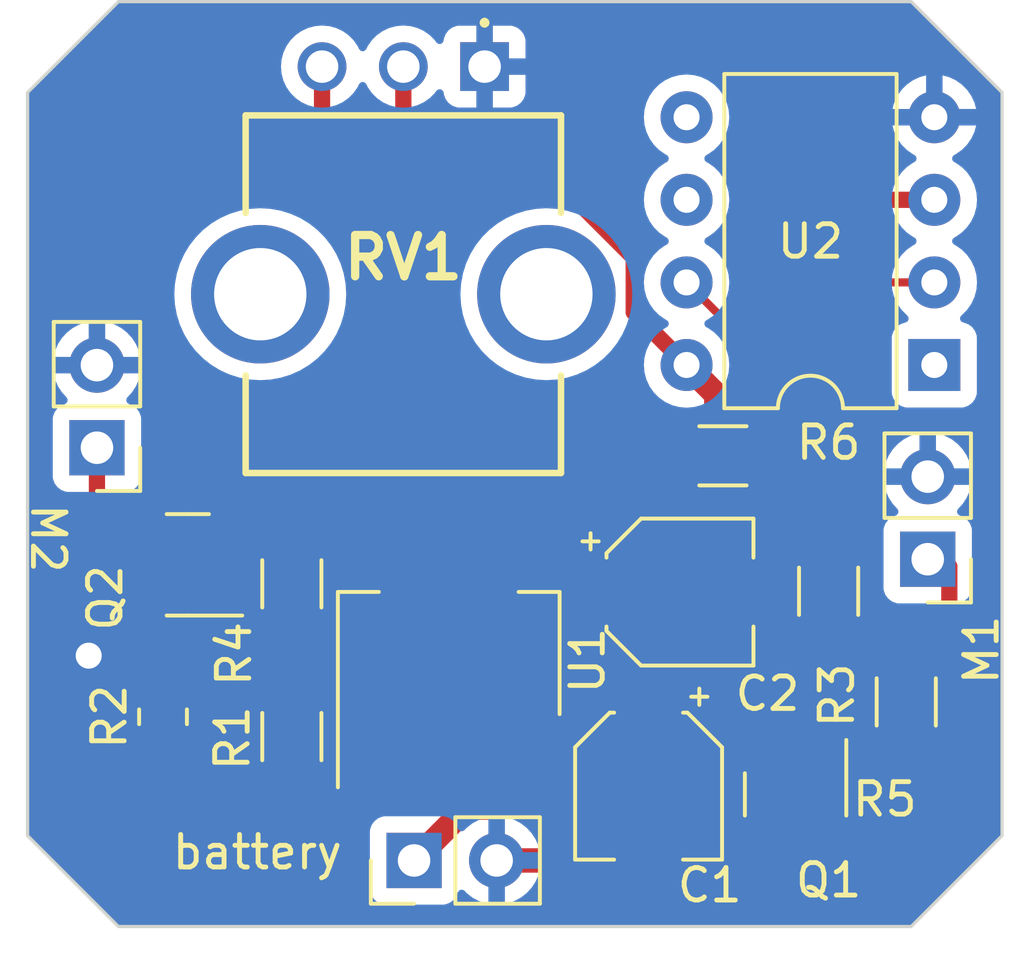
<source format=kicad_pcb>
(kicad_pcb (version 20240108) (generator "pcbnew") (generator_version "8.0")
  (layers (0 "F.Cu" signal) (31 "B.Cu" signal) (34 "B.Paste" user) (35 "F.Paste" user) (36 "B.SilkS" user "B.Silkscreen") (37 "F.SilkS" user "F.Silkscreen") (38 "B.Mask" user) (39 "F.Mask" user) (44 "Edge.Cuts" user))
  (net 0 "")
  (net 1 "Net-(U1-VO)")
  (net 2 "Net-(M1-+)")
  (net 3 "Net-(M2-+)")
  (net 4 "Net-(Q1-B)")
  (net 5 "Net-(Q1-E)")
  (net 6 "Net-(Q2-C)")
  (net 7 "Net-(Q2-B)")
  (net 8 "Vbatt")
  (net 9 "Net-(U1-ADJ)")
  (net 10 "Net-(U2-PB2)")
  (net 11 "GND")
  (net 12 "Net-(U2-XTAL1{slash}PB3)")
  (net 13 "Net-(U2-XTAL2{slash}PB4)")
  (footprint "Package_DIP:DIP-8_W7.62mm" (layer "F.Cu") (at 141.1732 90.932 180)
    (property "Reference" "U2" (at 3.81 3.8 180) (layer "F.SilkS"))
    (property "Value" "ATtiny85-20P")
    (fp_line (start 6.46 8.95) (end 6.46 -1.33) (stroke (width 0.12)) (layer "F.SilkS"))
    (fp_line (start 6.46 -1.33) (end 4.81 -1.33) (stroke (width 0.12)) (layer "F.SilkS"))
    (fp_line (start 2.81 -1.33) (end 1.16 -1.33) (stroke (width 0.12)) (layer "F.SilkS"))
    (fp_line (start 1.16 8.95) (end 6.46 8.95) (stroke (width 0.12)) (layer "F.SilkS"))
    (fp_line (start 1.16 -1.33) (end 1.16 8.95) (stroke (width 0.12)) (layer "F.SilkS"))
    (fp_arc (start 4.81 -1.33) (mid 3.81 -0.33) (end 2.81 -1.33) (stroke (width 0.12)) (layer "F.SilkS"))
    (pad "1" thru_hole rect (at 0 0 180) (size 1.6 1.6) (drill 0.8) (layers "*.Cu" "*.Mask"))
    (pad "2" thru_hole oval (at 0 2.54 180) (size 1.6 1.6) (drill 0.8) (layers "*.Cu" "*.Mask") (net 12 "Net-(U2-XTAL1{slash}PB3)"))
    (pad "3" thru_hole oval (at 0 5.08 180) (size 1.6 1.6) (drill 0.8) (layers "*.Cu" "*.Mask") (net 13 "Net-(U2-XTAL2{slash}PB4)"))
    (pad "4" thru_hole oval (at 0 7.62 180) (size 1.6 1.6) (drill 0.8) (layers "*.Cu" "*.Mask") (net 11 "GND"))
    (pad "5" thru_hole oval (at 7.62 7.62 180) (size 1.6 1.6) (drill 0.8) (layers "*.Cu" "*.Mask"))
    (pad "6" thru_hole oval (at 7.62 5.08 180) (size 1.6 1.6) (drill 0.8) (layers "*.Cu" "*.Mask"))
    (pad "7" thru_hole oval (at 7.62 2.54 180) (size 1.6 1.6) (drill 0.8) (layers "*.Cu" "*.Mask") (net 10 "Net-(U2-PB2)"))
    (pad "8" thru_hole oval (at 7.62 0 180) (size 1.6 1.6) (drill 0.8) (layers "*.Cu" "*.Mask") (net 1 "Net-(U1-VO)"))
  )
  (footprint "Resistor_SMD:R_1206_3216Metric" (layer "F.Cu") (at 134.6708 93.726 180)
    (property "Reference" "R6" (at -3.2512 0.4064 0) (layer "F.SilkS"))
    (property "Value" "rb")
    (fp_line (start -0.727064 0.91) (end 0.727064 0.91) (stroke (width 0.12)) (layer "F.SilkS"))
    (fp_line (start -0.727064 -0.91) (end 0.727064 -0.91) (stroke (width 0.12)) (layer "F.SilkS"))
    (pad "1" smd roundrect (at -1.4625 0 180) (size 1.125 1.75) (layers "F.Cu" "F.Paste" "F.Mask") (roundrect_rratio 0.2222222222) (net 12 "Net-(U2-XTAL1{slash}PB3)"))
    (pad "2" smd roundrect (at 1.4625 0 180) (size 1.125 1.75) (layers "F.Cu" "F.Paste" "F.Mask") (roundrect_rratio 0.2222222222) (net 7 "Net-(Q2-B)"))
  )
  (footprint "Package_TO_SOT_SMD:SOT-23" (layer "F.Cu") (at 136.906 104.14 -90)
    (property "Reference" "Q1" (at 2.6416 -1.016 180) (layer "F.SilkS"))
    (property "Value" "TIP41A")
    (fp_line (start 0 1.56) (end -0.65 1.56) (stroke (width 0.12)) (layer "F.SilkS"))
    (fp_line (start 0 1.56) (end 0.65 1.56) (stroke (width 0.12)) (layer "F.SilkS"))
    (fp_line (start 0 -1.56) (end -1.675 -1.56) (stroke (width 0.12)) (layer "F.SilkS"))
    (fp_line (start 0 -1.56) (end 0.65 -1.56) (stroke (width 0.12)) (layer "F.SilkS"))
    (pad "1" smd roundrect (at -0.9375 -0.95 270) (size 1.475 0.6) (layers "F.Cu" "F.Paste" "F.Mask") (net 4 "Net-(Q1-B)"))
    (pad "2" smd roundrect (at -0.9375 0.95 270) (size 1.475 0.6) (layers "F.Cu" "F.Paste" "F.Mask") (net 2 "Net-(M1-+)"))
    (pad "3" smd roundrect (at 0.9375 0 270) (size 1.475 0.6) (layers "F.Cu" "F.Paste" "F.Mask") (net 5 "Net-(Q1-E)"))
  )
  (footprint "Resistor_SMD:R_1206_3216Metric" (layer "F.Cu") (at 137.922 97.8916 -90)
    (property "Reference" "R3" (at 3.2004 -0.254 90) (layer "F.SilkS"))
    (property "Value" "rm")
    (fp_line (start -0.727064 0.91) (end 0.727064 0.91) (stroke (width 0.12)) (layer "F.SilkS"))
    (fp_line (start -0.727064 -0.91) (end 0.727064 -0.91) (stroke (width 0.12)) (layer "F.SilkS"))
    (pad "1" smd roundrect (at -1.4625 0 270) (size 1.125 1.75) (layers "F.Cu" "F.Paste" "F.Mask") (roundrect_rratio 0.2222222222) (net 1 "Net-(U1-VO)"))
    (pad "2" smd roundrect (at 1.4625 0 270) (size 1.125 1.75) (layers "F.Cu" "F.Paste" "F.Mask") (roundrect_rratio 0.2222222222) (net 5 "Net-(Q1-E)"))
  )
  (footprint "Resistor_SMD:R_1206_3216Metric" (layer "F.Cu") (at 121.412 97.663 90)
    (property "Reference" "R4" (at -2.159 -1.778 -90) (layer "F.SilkS"))
    (property "Value" "rm")
    (fp_line (start -0.727064 -0.91) (end 0.727064 -0.91) (stroke (width 0.12)) (layer "F.SilkS"))
    (fp_line (start -0.727064 0.91) (end 0.727064 0.91) (stroke (width 0.12)) (layer "F.SilkS"))
    (pad "1" smd roundrect (at -1.4625 0 90) (size 1.125 1.75) (layers "F.Cu" "F.Paste" "F.Mask") (roundrect_rratio 0.2222222222) (net 1 "Net-(U1-VO)"))
    (pad "2" smd roundrect (at 1.4625 0 90) (size 1.125 1.75) (layers "F.Cu" "F.Paste" "F.Mask") (roundrect_rratio 0.2222222222) (net 6 "Net-(Q2-C)"))
  )
  (footprint "Capacitor_SMD:CP_Elec_4x5.4" (layer "F.Cu") (at 133.35 97.917)
    (property "Reference" "C2" (at 2.6924 3.1242 0) (layer "F.SilkS"))
    (property "Value" "1 uF")
    (fp_line (start -3 -1.56) (end -2.5 -1.56) (stroke (width 0.12)) (layer "F.SilkS"))
    (fp_line (start -2.75 -1.81) (end -2.75 -1.31) (stroke (width 0.12)) (layer "F.SilkS"))
    (fp_line (start -2.26 -1.195563) (end -2.26 -1.06) (stroke (width 0.12)) (layer "F.SilkS"))
    (fp_line (start -2.26 -1.195563) (end -1.195563 -2.26) (stroke (width 0.12)) (layer "F.SilkS"))
    (fp_line (start -2.26 1.195563) (end -2.26 1.06) (stroke (width 0.12)) (layer "F.SilkS"))
    (fp_line (start -2.26 1.195563) (end -1.195563 2.26) (stroke (width 0.12)) (layer "F.SilkS"))
    (fp_line (start -1.195563 -2.26) (end 2.26 -2.26) (stroke (width 0.12)) (layer "F.SilkS"))
    (fp_line (start -1.195563 2.26) (end 2.26 2.26) (stroke (width 0.12)) (layer "F.SilkS"))
    (fp_line (start 2.26 -2.26) (end 2.26 -1.06) (stroke (width 0.12)) (layer "F.SilkS"))
    (fp_line (start 2.26 2.26) (end 2.26 1.06) (stroke (width 0.12)) (layer "F.SilkS"))
    (pad "1" smd roundrect (at -1.8 0) (size 2.6 1.6) (layers "F.Cu" "F.Paste" "F.Mask") (roundrect_rratio 0.15625) (net 1 "Net-(U1-VO)"))
    (pad "2" smd roundrect (at 1.8 0) (size 2.6 1.6) (layers "F.Cu" "F.Paste" "F.Mask") (roundrect_rratio 0.15625) (net 11 "GND"))
  )
  (footprint "Resistor_SMD:R_1206_3216Metric" (layer "F.Cu") (at 140.3096 101.2952 -90)
    (property "Reference" "R5" (at 2.9972 0.6604 180) (layer "F.SilkS"))
    (property "Value" "rb")
    (fp_line (start -0.727064 0.91) (end 0.727064 0.91) (stroke (width 0.12)) (layer "F.SilkS"))
    (fp_line (start -0.727064 -0.91) (end 0.727064 -0.91) (stroke (width 0.12)) (layer "F.SilkS"))
    (pad "1" smd roundrect (at -1.4625 0 270) (size 1.125 1.75) (layers "F.Cu" "F.Paste" "F.Mask") (roundrect_rratio 0.2222222222) (net 10 "Net-(U2-PB2)"))
    (pad "2" smd roundrect (at 1.4625 0 270) (size 1.125 1.75) (layers "F.Cu" "F.Paste" "F.Mask") (roundrect_rratio 0.2222222222) (net 4 "Net-(Q1-B)"))
  )
  (footprint "Resistor_SMD:R_0805_2012Metric" (layer "F.Cu") (at 117.4496 101.7524 90)
    (property "Reference" "R2" (at 0 -1.65 90) (layer "F.SilkS"))
    (property "Value" "1kΩ")
    (fp_line (start -0.227064 -0.735) (end 0.227064 -0.735) (stroke (width 0.12)) (layer "F.SilkS"))
    (fp_line (start -0.227064 0.735) (end 0.227064 0.735) (stroke (width 0.12)) (layer "F.SilkS"))
    (pad "1" smd roundrect (at -0.9125 0 90) (size 1.025 1.4) (layers "F.Cu" "F.Paste" "F.Mask") (roundrect_rratio 0.243902) (net 9 "Net-(U1-ADJ)"))
    (pad "2" smd roundrect (at 0.9125 0 90) (size 1.025 1.4) (layers "F.Cu" "F.Paste" "F.Mask") (roundrect_rratio 0.243902) (net 11 "GND"))
  )
  (footprint "Resistor_SMD:R_1206_3216Metric" (layer "F.Cu") (at 121.412 102.362 90)
    (property "Reference" "R1" (at -0.0508 -1.8288 90) (layer "F.SilkS"))
    (property "Value" "240Ω")
    (fp_line (start -0.727064 -0.91) (end 0.727064 -0.91) (stroke (width 0.12)) (layer "F.SilkS"))
    (fp_line (start -0.727064 0.91) (end 0.727064 0.91) (stroke (width 0.12)) (layer "F.SilkS"))
    (pad "1" smd roundrect (at -1.4625 0 90) (size 1.125 1.75) (layers "F.Cu" "F.Paste" "F.Mask") (roundrect_rratio 0.2222222222) (net 9 "Net-(U1-ADJ)"))
    (pad "2" smd roundrect (at 1.4625 0 90) (size 1.125 1.75) (layers "F.Cu" "F.Paste" "F.Mask") (roundrect_rratio 0.2222222222) (net 1 "Net-(U1-VO)"))
  )
  (footprint "SamacSys_Parts:PTV09A4030SA503" (layer "F.Cu") (at 127.341 81.755 180)
    (property "Reference" "RV1" (at 2.5 -5.875 0) (layer "F.SilkS") (effects (font (size 1.27 1.27) (thickness 0.254))))
    (property "Value" "R_Potentiometer" (hide yes))
    (fp_line (start 7.35 -1.5) (end 7.35 -4.5) (stroke (width 0.2)) (layer "F.SilkS"))
    (fp_line (start 7.35 -12.5) (end 7.35 -9.5) (stroke (width 0.2)) (layer "F.SilkS"))
    (fp_line (start 0 1.4) (end 0 1.4) (stroke (width 0.2)) (layer "F.SilkS"))
    (fp_line (start 0 1.4) (end 0 1.4) (stroke (width 0.2)) (layer "F.SilkS"))
    (fp_line (start 0 1.3) (end 0 1.3) (stroke (width 0.2)) (layer "F.SilkS"))
    (fp_line (start -2.35 -1.5) (end 7.35 -1.5) (stroke (width 0.2)) (layer "F.SilkS"))
    (fp_line (start -2.35 -4.5) (end -2.35 -1.5) (stroke (width 0.2)) (layer "F.SilkS"))
    (fp_line (start -2.35 -9.5) (end -2.35 -12.5) (stroke (width 0.2)) (layer "F.SilkS"))
    (fp_line (start -2.35 -12.5) (end 7.35 -12.5) (stroke (width 0.2)) (layer "F.SilkS"))
    (fp_arc (start 0 1.4) (mid -0.05 1.35) (end 0 1.3) (stroke (width 0.2)) (layer "F.SilkS"))
    (fp_arc (start 0 1.3) (mid 0.05 1.35) (end 0 1.4) (stroke (width 0.2)) (layer "F.SilkS"))
    (fp_arc (start 0 1.3) (mid 0.05 1.35) (end 0 1.4) (stroke (width 0.2)) (layer "F.SilkS"))
    (pad "1" thru_hole rect (at 0 0 180) (size 1.5 1.5) (drill 1) (layers "*.Cu" "*.Mask") (net 11 "GND"))
    (pad "2" thru_hole circle (at 2.5 0 180) (size 1.5 1.5) (drill 1) (layers "*.Cu" "*.Mask") (net 13 "Net-(U2-XTAL2{slash}PB4)"))
    (pad "3" thru_hole circle (at 5 0 180) (size 1.5 1.5) (drill 1) (layers "*.Cu" "*.Mask") (net 1 "Net-(U1-VO)"))
    (pad "MH1" thru_hole circle (at -1.9 -7 180) (size 4.26 4.26) (drill 2.84) (layers "*.Cu" "*.Mask"))
    (pad "MH2" thru_hole circle (at 6.9 -7 180) (size 4.26 4.26) (drill 2.84) (layers "*.Cu" "*.Mask"))
  )
  (footprint "Connector_PinHeader_2.54mm:PinHeader_1x02_P2.54mm_Vertical" (layer "F.Cu") (at 115.4176 93.477 180)
    (property "Reference" "M2" (at 1.4986 -2.789 -90) (layer "F.SilkS"))
    (property "Value" "vib_mot")
    (fp_line (start 1.33 1.27) (end 1.33 3.87) (stroke (width 0.12)) (layer "F.SilkS"))
    (fp_line (start -1.33 3.87) (end 1.33 3.87) (stroke (width 0.12)) (layer "F.SilkS"))
    (fp_line (start -1.33 1.27) (end 1.33 1.27) (stroke (width 0.12)) (layer "F.SilkS"))
    (fp_line (start -1.33 1.27) (end -1.33 3.87) (stroke (width 0.12)) (layer "F.SilkS"))
    (fp_line (start -1.33 0) (end -1.33 -1.33) (stroke (width 0.12)) (layer "F.SilkS"))
    (fp_line (start -1.33 -1.33) (end 0 -1.33) (stroke (width 0.12)) (layer "F.SilkS"))
    (pad "1" thru_hole rect (at 0 0 180) (size 1.7 1.7) (drill 1) (layers "*.Cu" "*.Mask") (net 3 "Net-(M2-+)"))
    (pad "2" thru_hole oval (at 0 2.54 180) (size 1.7 1.7) (drill 1) (layers "*.Cu" "*.Mask") (net 11 "GND"))
  )
  (footprint "Connector_PinHeader_2.54mm:PinHeader_1x02_P2.54mm_Vertical" (layer "F.Cu") (at 140.97 96.906 180)
    (property "Reference" "M1" (at -1.651 -2.789 90) (layer "F.SilkS"))
    (property "Value" "vib_mot")
    (fp_line (start 1.33 1.27) (end 1.33 3.87) (stroke (width 0.12)) (layer "F.SilkS"))
    (fp_line (start -1.33 3.87) (end 1.33 3.87) (stroke (width 0.12)) (layer "F.SilkS"))
    (fp_line (start -1.33 1.27) (end 1.33 1.27) (stroke (width 0.12)) (layer "F.SilkS"))
    (fp_line (start -1.33 1.27) (end -1.33 3.87) (stroke (width 0.12)) (layer "F.SilkS"))
    (fp_line (start -1.33 0) (end -1.33 -1.33) (stroke (width 0.12)) (layer "F.SilkS"))
    (fp_line (start -1.33 -1.33) (end 0 -1.33) (stroke (width 0.12)) (layer "F.SilkS"))
    (pad "1" thru_hole rect (at 0 0 180) (size 1.7 1.7) (drill 1) (layers "*.Cu" "*.Mask") (net 2 "Net-(M1-+)"))
    (pad "2" thru_hole oval (at 0 2.54 180) (size 1.7 1.7) (drill 1) (layers "*.Cu" "*.Mask") (net 11 "GND"))
  )
  (footprint "Connector_PinHeader_2.54mm:PinHeader_1x02_P2.54mm_Vertical" (layer "F.Cu") (at 125.1712 106.172 90)
    (property "Reference" "battery" (at 0.254 -4.821 180) (layer "F.SilkS"))
    (property "Value" "vib_mot")
    (fp_line (start -1.33 -1.33) (end 0 -1.33) (stroke (width 0.12)) (layer "F.SilkS"))
    (fp_line (start -1.33 0) (end -1.33 -1.33) (stroke (width 0.12)) (layer "F.SilkS"))
    (fp_line (start 1.33 1.27) (end 1.33 3.87) (stroke (width 0.12)) (layer "F.SilkS"))
    (fp_line (start -1.33 1.27) (end 1.33 1.27) (stroke (width 0.12)) (layer "F.SilkS"))
    (fp_line (start -1.33 1.27) (end -1.33 3.87) (stroke (width 0.12)) (layer "F.SilkS"))
    (fp_line (start -1.33 3.87) (end 1.33 3.87) (stroke (width 0.12)) (layer "F.SilkS"))
    (pad "1" thru_hole rect (at 0 0 90) (size 1.7 1.7) (drill 1) (layers "*.Cu" "*.Mask") (net 8 "Vbatt"))
    (pad "2" thru_hole oval (at 0 2.54 90) (size 1.7 1.7) (drill 1) (layers "*.Cu" "*.Mask") (net 11 "GND"))
  )
  (footprint "Package_TO_SOT_SMD:SOT-23" (layer "F.Cu") (at 118.2116 97.0788 180)
    (property "Reference" "Q2" (at 2.54 -1.016 90) (layer "F.SilkS"))
    (property "Value" "TIP41A")
    (fp_line (start 0 1.56) (end 0.65 1.56) (stroke (width 0.12)) (layer "F.SilkS"))
    (fp_line (start 0 1.56) (end -0.65 1.56) (stroke (width 0.12)) (layer "F.SilkS"))
    (fp_line (start 0 -1.56) (end 0.65 -1.56) (stroke (width 0.12)) (layer "F.SilkS"))
    (fp_line (start 0 -1.56) (end -1.675 -1.56) (stroke (width 0.12)) (layer "F.SilkS"))
    (pad "1" smd roundrect (at -0.9375 -0.95 180) (size 1.475 0.6) (layers "F.Cu" "F.Paste" "F.Mask") (net 7 "Net-(Q2-B)"))
    (pad "2" smd roundrect (at -0.9375 0.95 180) (size 1.475 0.6) (layers "F.Cu" "F.Paste" "F.Mask") (net 6 "Net-(Q2-C)"))
    (pad "3" smd roundrect (at 0.9375 0 180) (size 1.475 0.6) (layers "F.Cu" "F.Paste" "F.Mask") (net 3 "Net-(M2-+)"))
  )
  (footprint "Capacitor_SMD:CP_Elec_4x5.4" (layer "F.Cu") (at 132.3848 103.886 -90)
    (property "Reference" "C1" (at 3.048 -1.8796 180) (layer "F.SilkS"))
    (property "Value" "0.1 uF")
    (fp_line (start -1.195563 2.26) (end 2.26 2.26) (stroke (width 0.12)) (layer "F.SilkS"))
    (fp_line (start 2.26 2.26) (end 2.26 1.06) (stroke (width 0.12)) (layer "F.SilkS"))
    (fp_line (start -2.26 1.195563) (end -1.195563 2.26) (stroke (width 0.12)) (layer "F.SilkS"))
    (fp_line (start -2.26 1.195563) (end -2.26 1.06) (stroke (width 0.12)) (layer "F.SilkS"))
    (fp_line (start -2.26 -1.195563) (end -2.26 -1.06) (stroke (width 0.12)) (layer "F.SilkS"))
    (fp_line (start -2.26 -1.195563) (end -1.195563 -2.26) (stroke (width 0.12)) (layer "F.SilkS"))
    (fp_line (start -3 -1.56) (end -2.5 -1.56) (stroke (width 0.12)) (layer "F.SilkS"))
    (fp_line (start -2.75 -1.81) (end -2.75 -1.31) (stroke (width 0.12)) (layer "F.SilkS"))
    (fp_line (start -1.195563 -2.26) (end 2.26 -2.26) (stroke (width 0.12)) (layer "F.SilkS"))
    (fp_line (start 2.26 -2.26) (end 2.26 -1.06) (stroke (width 0.12)) (layer "F.SilkS"))
    (pad "1" smd roundrect (at -1.8 0 270) (size 2.6 1.6) (layers "F.Cu" "F.Paste" "F.Mask") (roundrect_rratio 0.15625) (net 8 "Vbatt"))
    (pad "2" smd roundrect (at 1.8 0 270) (size 2.6 1.6) (layers "F.Cu" "F.Paste" "F.Mask") (roundrect_rratio 0.15625) (net 11 "GND"))
  )
  (footprint "Package_TO_SOT_SMD:SOT-223-3_TabPin2" (layer "F.Cu") (at 126.238 99.822 90)
    (property "Reference" "U1" (at -0.2032 4.2672 90) (layer "F.SilkS"))
    (property "Value" "LM317M_SOT-223")
    (fp_line (start 1.91 -3.41) (end 1.91 -2.15) (stroke (width 0.12)) (layer "F.SilkS"))
    (fp_line (start -4.1 -3.41) (end 1.91 -3.41) (stroke (width 0.12)) (layer "F.SilkS"))
    (fp_line (start 1.91 3.41) (end 1.91 2.15) (stroke (width 0.12)) (layer "F.SilkS"))
    (fp_line (start -1.85 3.41) (end 1.91 3.41) (stroke (width 0.12)) (layer "F.SilkS"))
    (pad "1" smd rect (at -3.15 -2.3 90) (size 2 1.5) (layers "F.Cu" "F.Paste" "F.Mask") (net 9 "Net-(U1-ADJ)"))
    (pad "2" smd rect (at -3.15 0 90) (size 2 1.5) (layers "F.Cu" "F.Paste" "F.Mask") (net 1 "Net-(U1-VO)"))
    (pad "2" smd rect (at 3.15 0 90) (size 2 3.8) (layers "F.Cu" "F.Paste" "F.Mask") (net 1 "Net-(U1-VO)"))
    (pad "3" smd rect (at -3.15 2.3 90) (size 2 1.5) (layers "F.Cu" "F.Paste" "F.Mask") (net 8 "Vbatt"))
  )
  (gr_poly (pts (xy 143.256 82.55) (xy 143.256 105.41) (xy 140.462 108.204) (xy 116.078 108.204) (xy 113.284 105.41) (xy 113.284 82.55) (xy 116.078 79.756) (xy 140.462 79.756)) (stroke (width 0.1)) (fill none) (layer "Edge.Cuts"))
  (segment (start 136.906 105.0775) (end 140.7945 105.0775) (width 0.5) (layer "F.Cu") (net 0))
  (segment (start 137.2108 101.9477) (end 137.2108 100.0653) (width 0.5) (layer "F.Cu") (net 0))
  (segment (start 141.6346 104.2374) (end 141.6346 97.1338) (width 0.5) (layer "F.Cu") (net 0))
  (segment (start 135.956 103.2025) (end 137.2108 101.9477) (width 0.5) (layer "F.Cu") (net 0))
  (segment (start 140.7945 105.0775) (end 141.6346 104.2374) (width 0.5) (layer "F.Cu") (net 0))
  (segment (start 137.2108 100.0653) (end 137.922 99.3541) (width 0.5) (layer "F.Cu") (net 0))
  (segment (start 141.6346 97.1338) (end 140.97 96.4692) (width 0.5) (layer "F.Cu") (net 0))
  (segment (start 134.4676 95.4532) (end 135.4435 96.4291) (width 0.75) (layer "F.Cu") (net 1))
  (segment (start 135.4435 96.4291) (end 136.4381 96.4291) (width 0.75) (layer "F.Cu") (net 1))
  (segment (start 121.412 100.8995) (end 121.412 99.1255) (width 0.75) (layer "F.Cu") (net 1))
  (segment (start 122.341 83.7838) (end 122.341 81.755) (width 0.5) (layer "F.Cu") (net 1))
  (segment (start 131.9276 87.63) (end 129.5908 85.2932) (width 0.5) (layer "F.Cu") (net 1))
  (segment (start 134.4676 91.8464) (end 134.4676 95.4532) (width 0.75) (layer "F.Cu") (net 1))
  (segment (start 133.5532 90.5764) (end 133.5532 90.932) (width 0.75) (layer "F.Cu") (net 1))
  (segment (start 133.1468 90.5256) (end 131.9276 89.3064) (width 0.5) (layer "F.Cu") (net 1))
  (segment (start 130.407 96.774) (end 126.34 96.774) (width 0.75) (layer "F.Cu") (net 1))
  (segment (start 133.0379 96.4291) (end 136.4381 96.4291) (width 0.75) (layer "F.Cu") (net 1))
  (segment (start 131.55 97.917) (end 133.0379 96.4291) (width 0.75) (layer "F.Cu") (net 1))
  (segment (start 136.4381 96.4291) (end 137.922 96.4291) (width 0.75) (layer "F.Cu") (net 1))
  (segment (start 123.7845 99.1255) (end 121.412 99.1255) (width 0.75) (layer "F.Cu") (net 1))
  (segment (start 133.604 90.5256) (end 133.5532 90.5764) (width 0.75) (layer "F.Cu") (net 1))
  (segment (start 126.34 96.774) (end 126.238 96.672) (width 0.75) (layer "F.Cu") (net 1))
  (segment (start 126.238 96.672) (end 123.7845 99.1255) (width 0.75) (layer "F.Cu") (net 1))
  (segment (start 131.9276 89.3064) (end 131.9276 87.63) (width 0.5) (layer "F.Cu") (net 1))
  (segment (start 133.5532 90.932) (end 134.4676 91.8464) (width 0.75) (layer "F.Cu") (net 1))
  (segment (start 129.5908 85.2932) (end 123.8504 85.2932) (width 0.5) (layer "F.Cu") (net 1))
  (segment (start 123.8504 85.2932) (end 122.341 83.7838) (width 0.5) (layer "F.Cu") (net 1))
  (segment (start 131.55 97.917) (end 130.407 96.774) (width 0.75) (layer "F.Cu") (net 1))
  (segment (start 133.604 90.5256) (end 133.1468 90.5256) (width 0.5) (layer "F.Cu") (net 1))
  (segment (start 126.238 96.672) (end 126.238 102.972) (width 0.75) (layer "F.Cu") (net 1))
  (segment (start 115.4176 95.2223) (end 117.2741 97.0788) (width 0.5) (layer "F.Cu") (net 3))
  (segment (start 115.4176 93.477) (end 115.4176 95.2223) (width 0.5) (layer "F.Cu") (net 3))
  (segment (start 140.1973 102.87) (end 140.3096 102.7577) (width 0.25) (layer "F.Cu") (net 4))
  (segment (start 138.1885 102.87) (end 140.1973 102.87) (width 0.25) (layer "F.Cu") (net 4))
  (segment (start 137.856 103.2025) (end 138.1885 102.87) (width 0.25) (layer "F.Cu") (net 4))
  (segment (start 119.1491 96.1288) (end 121.3403 96.1288) (width 0.25) (layer "F.Cu") (net 6))
  (segment (start 121.3403 96.1288) (end 121.412 96.2005) (width 0.25) (layer "F.Cu") (net 6))
  (segment (start 122.3924 98.0288) (end 123.2916 97.1296) (width 0.5) (layer "F.Cu") (net 7))
  (segment (start 119.1491 98.0288) (end 122.3924 98.0288) (width 0.5) (layer "F.Cu") (net 7))
  (segment (start 123.2916 95.5548) (end 125.1204 93.726) (width 0.5) (layer "F.Cu") (net 7))
  (segment (start 125.1204 93.726) (end 133.2083 93.726) (width 0.5) (layer "F.Cu") (net 7))
  (segment (start 123.2916 97.1296) (end 123.2916 95.5548) (width 0.5) (layer "F.Cu") (net 7))
  (segment (start 119.441 98.2195) (end 119.441 98.1715) (width 0.25) (layer "F.Cu") (net 7))
  (segment (start 128.538 103.572) (end 128.538 102.972) (width 0.75) (layer "F.Cu") (net 8))
  (segment (start 128.668 103.102) (end 131.4196 103.102) (width 0.75) (layer "F.Cu") (net 8))
  (segment (start 131.4196 103.102) (end 132.4356 102.086) (width 0.75) (layer "F.Cu") (net 8))
  (segment (start 126.7962 104.547) (end 127.563 104.547) (width 0.75) (layer "F.Cu") (net 8))
  (segment (start 127.563 104.547) (end 128.538 103.572) (width 0.75) (layer "F.Cu") (net 8))
  (segment (start 128.538 102.972) (end 128.668 103.102) (width 0.75) (layer "F.Cu") (net 8))
  (segment (start 125.1712 106.172) (end 126.7962 104.547) (width 0.75) (layer "F.Cu") (net 8))
  (segment (start 121.412 103.8245) (end 122.2645 102.972) (width 0.75) (layer "F.Cu") (net 9))
  (segment (start 122.2645 102.972) (end 123.938 102.972) (width 0.75) (layer "F.Cu") (net 9))
  (segment (start 121.3719 103.7844) (end 121.412 103.8245) (width 0.5) (layer "F.Cu") (net 9))
  (segment (start 117.4496 102.6649) (end 118.5691 103.7844) (width 0.5) (layer "F.Cu") (net 9))
  (segment (start 118.5691 103.7844) (end 121.3719 103.7844) (width 0.5) (layer "F.Cu") (net 9))
  (segment (start 133.5532 87.884) (end 133.5532 88.392) (width 0.25) (layer "F.Cu") (net 10))
  (segment (start 135.1676 94.8832) (end 135.826 95.5416) (width 0.25) (layer "F.Cu") (net 10))
  (segment (start 135.826 95.5416) (end 138.785173 95.5416) (width 0.25) (layer "F.Cu") (net 10))
  (segment (start 139.122 98.228) (end 140.3096 99.4156) (width 0.25) (layer "F.Cu") (net 10))
  (segment (start 139.122 95.878427) (end 139.122 98.228) (width 0.25) (layer "F.Cu") (net 10))
  (segment (start 133.5532 88.392) (end 135.1676 90.0064) (width 0.25) (layer "F.Cu") (net 10))
  (segment (start 138.785173 95.5416) (end 139.122 95.878427) (width 0.25) (layer "F.Cu") (net 10))
  (segment (start 140.3096 99.4156) (end 140.3096 99.8327) (width 0.25) (layer "F.Cu") (net 10))
  (segment (start 135.1676 90.0064) (end 135.1676 94.8832) (width 0.25) (layer "F.Cu") (net 10))
  (segment (start 134.6708 103.2256) (end 134.6708 98.3962) (width 0.75) (layer "F.Cu") (net 11))
  (segment (start 116.4825 99.8728) (end 117.4496 100.8399) (width 0.5) (layer "F.Cu") (net 11))
  (segment (start 115.1636 99.8728) (end 116.4825 99.8728) (width 0.5) (layer "F.Cu") (net 11))
  (segment (start 134.6708 98.3962) (end 135.15 97.917) (width 0.75) (layer "F.Cu") (net 11))
  (segment (start 131.7244 106.172) (end 134.6708 103.2256) (width 0.75) (layer "F.Cu") (net 11))
  (segment (start 127.7112 106.172) (end 131.7244 106.172) (width 0.75) (layer "F.Cu") (net 11))
  (via (at 115.1636 99.8728) (size 1.6) (drill 0.8) (layers "F.Cu" "B.Cu") (net 11))
  (segment (start 136.1333 93.726) (end 136.1333 91.3237) (width 0.25) (layer "F.Cu") (net 12))
  (segment (start 139.065 88.392) (end 141.1732 88.392) (width 0.25) (layer "F.Cu") (net 12))
  (segment (start 136.1333 91.3237) (end 139.065 88.392) (width 0.25) (layer "F.Cu") (net 12))
  (segment (start 132 81) (end 137 81) (width 0.5) (layer "F.Cu") (net 13))
  (segment (start 139 83) (end 139 85.5) (width 0.5) (layer "F.Cu") (net 13))
  (segment (start 129 84) (end 132 81) (width 0.5) (layer "F.Cu") (net 13))
  (segment (start 139 85.5) (end 139.352 85.852) (width 0.5) (layer "F.Cu") (net 13))
  (segment (start 137 81) (end 139 83) (width 0.5) (layer "F.Cu") (net 13))
  (segment (start 124.841 83.341) (end 125.5 84) (width 0.5) (layer "F.Cu") (net 13))
  (segment (start 124.841 81.755) (end 124.841 83.341) (width 0.5) (layer "F.Cu") (net 13))
  (segment (start 125.5 84) (end 129 84) (width 0.5) (layer "F.Cu") (net 13))
  (segment (start 139.352 85.852) (end 141.1732 85.852) (width 0.5) (layer "F.Cu") (net 13))
  (zone (net 11) (net_name "GND") (layer "B.Cu") (connect_pads (clearance 0.508)) (min_thickness 0.254) (fill yes (thermal_gap 0.508) (thermal_bridge_width 0.508))
    (polygon (pts (xy 143.256 105.41) (xy 140.462 108.204) (xy 116.078 108.204) (xy 113.284 105.41) (xy 113.284 82.55) (xy 116.078 79.756) (xy 140.462 79.756) (xy 143.256 82.55)))
  )
)
</source>
